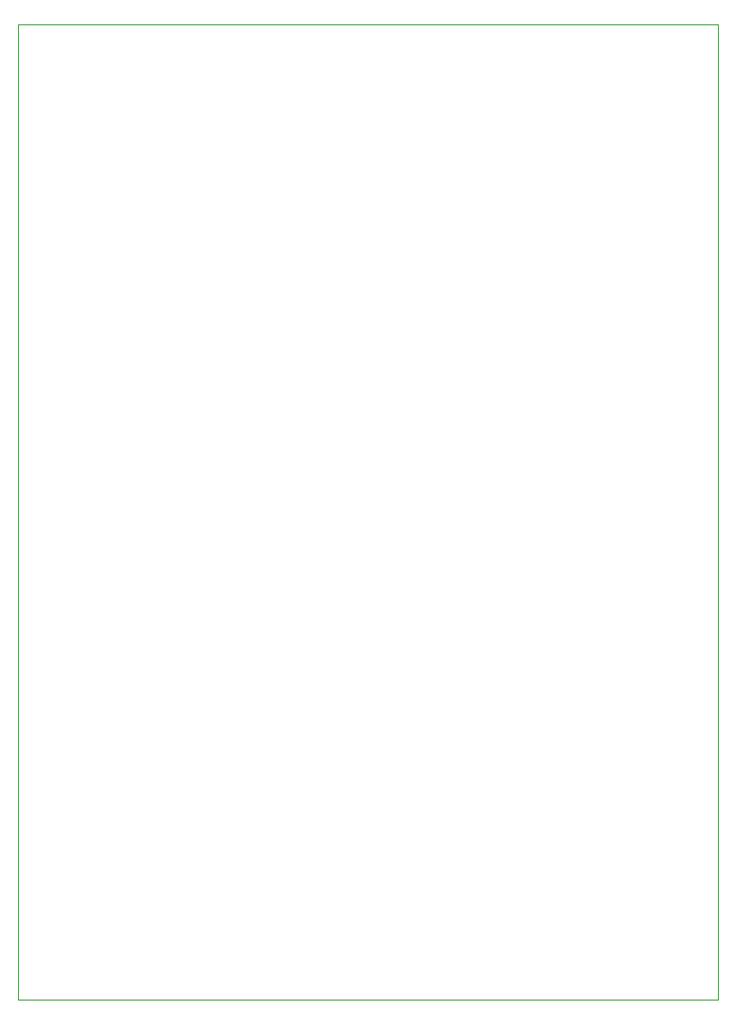
<source format=gbr>
%TF.GenerationSoftware,KiCad,Pcbnew,(5.1.4)-1*%
%TF.CreationDate,2019-11-27T14:19:06+02:00*%
%TF.ProjectId,DIVA_promicro,44495641-5f70-4726-9f6d-6963726f2e6b,rev?*%
%TF.SameCoordinates,Original*%
%TF.FileFunction,Profile,NP*%
%FSLAX46Y46*%
G04 Gerber Fmt 4.6, Leading zero omitted, Abs format (unit mm)*
G04 Created by KiCad (PCBNEW (5.1.4)-1) date 2019-11-27 14:19:06*
%MOMM*%
%LPD*%
G04 APERTURE LIST*
%ADD10C,0.050000*%
G04 APERTURE END LIST*
D10*
X101600000Y-30480000D02*
X167350000Y-30480000D01*
X167350000Y-30480000D02*
X167350000Y-121925000D01*
X101600000Y-121920000D02*
X167350000Y-121925000D01*
X101600000Y-110490000D02*
X101600000Y-121920000D01*
X101600000Y-110490000D02*
X101600000Y-30480000D01*
M02*

</source>
